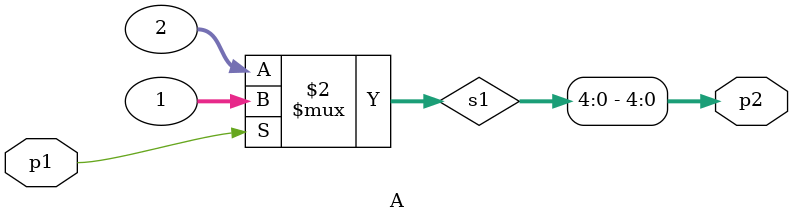
<source format=sv>

module B_top // "b_mod"
(
);

// Variables generated for SystemC signals
logic sig1;
logic [4:0] sig2;
logic sig3;
logic [4:0] sig4;


//------------------------------------------------------------------------------
// Child module instances

A a_mod
(
  .p1(sig1),
  .p2(sig2)
);

A p_mod
(
  .p1(sig3),
  .p2(sig4)
);

endmodule



//==============================================================================
//
// Module: A (test_dynamic_ports.cpp:42:5)
//
module A // "b_mod.a_mod"
(
    input logic p1,
    output logic [4:0] p2
);

// Variables generated for SystemC signals
logic signed [31:0] s1;

//------------------------------------------------------------------------------
// Method process: proc1 (test_dynamic_ports.cpp:25:5) 

always_comb 
begin : proc1     // test_dynamic_ports.cpp:25:5
    s1 = p1 ? 1 : 2;
    p2 = s1;
end

endmodule



</source>
